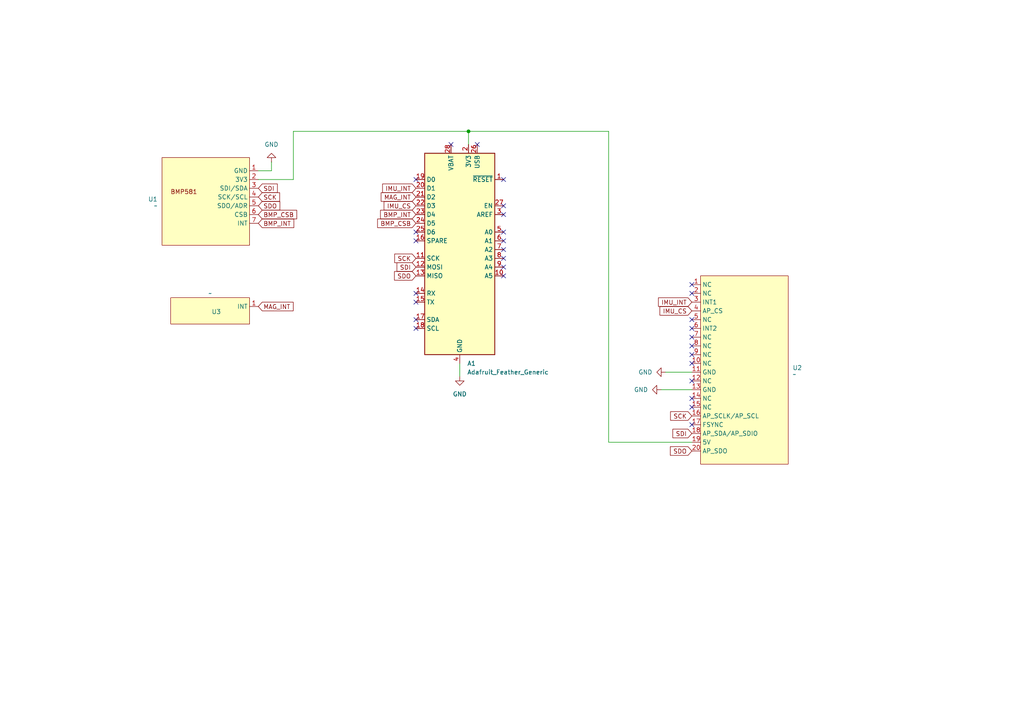
<source format=kicad_sch>
(kicad_sch (version 20250114) (generator "eeschema") (generator_version "9.0")
  (paper "A4")
  (lib_symbols
    (symbol "Custom_symbols:BMP_581"
      (property "Reference" "U" (at 0 0 0))
      (symbol "BMP_581_1_1"
        (rectangle (start -12.7 12.7) (end 12.7 -12.7) (fill (type background)))
        (text "BMP581\n" (at 6.35 2.794 0) (effects (font (size 1.27 1.27))))
        (pin bidirectional line (at -15.24 8.89 0) (length 2.54) (name "GND") (number "1"))
        (pin bidirectional line (at -15.24 6.35 0) (length 2.54) (name "3V3") (number "2"))
        (pin bidirectional line (at -15.24 3.81 0) (length 2.54) (name "SDI/SDA") (number "3"))
        (pin bidirectional line (at -15.24 1.27 0) (length 2.54) (name "SCK/SCL") (number "4"))
        (pin bidirectional line (at -15.24 -1.27 0) (length 2.54) (name "SDO/ADR") (number "5"))
        (pin bidirectional line (at -15.24 -3.81 0) (length 2.54) (name "CSB") (number "6"))
        (pin bidirectional line (at -15.24 -6.35 0) (length 2.54) (name "INT") (number "7"))
      )
    )
    (symbol "Custom_symbols:MAG_INT"
      (property "Reference" "U3" (at 1.778 -0.254 0))
      (property "Value" "~" (at 0 5.08 0))
      (symbol "MAG_INT_1_1"
        (rectangle (start -11.43 3.81) (end 11.43 -3.81) (fill (type background)))
        (pin bidirectional line (at 13.97 1.27 180) (length 2.54) (name "INT") (number "1"))
      )
    )
    (symbol "Custom_symbols:icm-45686"
      (property "Reference" "U" (at 0 0 0))
      (symbol "icm-45686_1_1"
        (rectangle (start -12.7 12.7) (end 12.7 -41.91) (fill (type background)))
        (pin bidirectional line (at -15.24 10.16 0) (length 2.54) (name "NC") (number "1"))
        (pin bidirectional line (at -15.24 7.62 0) (length 2.54) (name "NC") (number "2"))
        (pin bidirectional line (at -15.24 5.08 0) (length 2.54) (name "INT1") (number "3"))
        (pin bidirectional line (at -15.24 2.54 0) (length 2.54) (name "AP_CS") (number "4"))
        (pin bidirectional line (at -15.24 0 0) (length 2.54) (name "NC") (number "5"))
        (pin bidirectional line (at -15.24 -2.54 0) (length 2.54) (name "INT2") (number "6"))
        (pin bidirectional line (at -15.24 -5.08 0) (length 2.54) (name "NC") (number "7"))
        (pin bidirectional line (at -15.24 -7.62 0) (length 2.54) (name "NC") (number "8"))
        (pin bidirectional line (at -15.24 -10.16 0) (length 2.54) (name "NC") (number "9"))
        (pin bidirectional line (at -15.24 -12.7 0) (length 2.54) (name "NC") (number "10"))
        (pin bidirectional line (at -15.24 -15.24 0) (length 2.54) (name "GND") (number "11"))
        (pin bidirectional line (at -15.24 -17.78 0) (length 2.54) (name "NC") (number "12"))
        (pin bidirectional line (at -15.24 -20.32 0) (length 2.54) (name "GND") (number "13"))
        (pin bidirectional line (at -15.24 -22.86 0) (length 2.54) (name "NC") (number "14"))
        (pin bidirectional line (at -15.24 -25.4 0) (length 2.54) (name "NC") (number "15"))
        (pin bidirectional line (at -15.24 -27.94 0) (length 2.54) (name "AP_SCLK/AP_SCL") (number "16"))
        (pin bidirectional line (at -15.24 -30.48 0) (length 2.54) (name "FSYNC") (number "17"))
        (pin bidirectional line (at -15.24 -33.02 0) (length 2.54) (name "AP_SDA/AP_SDIO") (number "18"))
        (pin bidirectional line (at -15.24 -35.56 0) (length 2.54) (name "5V") (number "19"))
        (pin bidirectional line (at -15.24 -38.1 0) (length 2.54) (name "AP_SDO") (number "20"))
      )
    )
    (symbol "MCU_Module:Adafruit_Feather_Generic"
      (property "Reference" "A" (at -10.16 29.21 0))
      (property "Value" "Adafruit_Feather_Generic" (at 2.54 -31.75 0))
      (symbol "Adafruit_Feather_Generic_0_1"
        (rectangle (start -10.16 27.94) (end 10.16 -30.48) (stroke (width 0.254)) (fill (type background)))
      )
      (symbol "Adafruit_Feather_Generic_1_1"
        (pin bidirectional line (at -12.7 20.32 0) (length 2.54) (name "D0") (number "19"))
        (pin bidirectional line (at -12.7 17.78 0) (length 2.54) (name "D1") (number "20"))
        (pin bidirectional line (at -12.7 15.24 0) (length 2.54) (name "D2") (number "21"))
        (pin bidirectional line (at -12.7 12.7 0) (length 2.54) (name "D3") (number "22"))
        (pin bidirectional line (at -12.7 10.16 0) (length 2.54) (name "D4") (number "23"))
        (pin bidirectional line (at -12.7 7.62 0) (length 2.54) (name "D5") (number "24"))
        (pin bidirectional line (at -12.7 5.08 0) (length 2.54) (name "D6") (number "25"))
        (pin bidirectional line (at -12.7 2.54 0) (length 2.54) (name "SPARE") (number "16"))
        (pin bidirectional line (at -12.7 -2.54 0) (length 2.54) (name "SCK") (number "11"))
        (pin bidirectional line (at -12.7 -5.08 0) (length 2.54) (name "MOSI") (number "12"))
        (pin bidirectional line (at -12.7 -7.62 0) (length 2.54) (name "MISO") (number "13"))
        (pin bidirectional line (at -12.7 -12.7 0) (length 2.54) (name "RX") (number "14"))
        (pin bidirectional line (at -12.7 -15.24 0) (length 2.54) (name "TX") (number "15"))
        (pin bidirectional line (at -12.7 -20.32 0) (length 2.54) (name "SDA") (number "17"))
        (pin bidirectional line (at -12.7 -22.86 0) (length 2.54) (name "SCL") (number "18"))
        (pin power_in line (at -2.54 30.48 270) (length 2.54) (name "VBAT") (number "28"))
        (pin power_in line (at 0 -33.02 90) (length 2.54) (name "GND") (number "4"))
        (pin power_in line (at 2.54 30.48 270) (length 2.54) (name "3V3") (number "2"))
        (pin power_in line (at 5.08 30.48 270) (length 2.54) (name "USB") (number "26"))
        (pin input line (at 12.7 20.32 180) (length 2.54) (name "~{RESET}") (number "1"))
        (pin input line (at 12.7 12.7 180) (length 2.54) (name "EN") (number "27"))
        (pin input line (at 12.7 10.16 180) (length 2.54) (name "AREF") (number "3"))
        (pin bidirectional line (at 12.7 5.08 180) (length 2.54) (name "A0") (number "5"))
        (pin bidirectional line (at 12.7 2.54 180) (length 2.54) (name "A1") (number "6"))
        (pin bidirectional line (at 12.7 0 180) (length 2.54) (name "A2") (number "7"))
        (pin bidirectional line (at 12.7 -2.54 180) (length 2.54) (name "A3") (number "8"))
        (pin bidirectional line (at 12.7 -5.08 180) (length 2.54) (name "A4") (number "9"))
        (pin bidirectional line (at 12.7 -7.62 180) (length 2.54) (name "A5") (number "10"))
      )
    )
    (symbol "power:GND" (power) (pin_numbers (hide yes)) (pin_names (offset 0) (hide yes))
      (property "Value" "GND" (at 0 -3.81 0))
      (symbol "GND_0_1"
        (polyline (pts (xy 0 0) (xy 0 -1.27) (xy 1.27 -1.27) (xy 0 -2.54) (xy -1.27 -1.27) (xy 0 -1.27)))
      )
      (symbol "GND_1_1"
        (pin power_in line (at 0 0 270) (length 0) (name "~") (number "1"))
      )
    )
  )
  (junction (at 135.89 38.1))
  (no_connect (at 130.81 41.91))
  (no_connect (at 200.66 105.41))
  (no_connect (at 200.66 97.79))
  (no_connect (at 146.05 74.93))
  (no_connect (at 120.65 95.25))
  (no_connect (at 120.65 52.07))
  (no_connect (at 146.05 69.85))
  (no_connect (at 200.66 110.49))
  (no_connect (at 146.05 67.31))
  (no_connect (at 200.66 118.11))
  (no_connect (at 146.05 59.69))
  (no_connect (at 200.66 85.09))
  (no_connect (at 200.66 123.19))
  (no_connect (at 120.65 69.85))
  (no_connect (at 120.65 92.71))
  (no_connect (at 120.65 85.09))
  (no_connect (at 200.66 82.55))
  (no_connect (at 120.65 67.31))
  (no_connect (at 200.66 100.33))
  (no_connect (at 146.05 62.23))
  (no_connect (at 200.66 115.57))
  (no_connect (at 146.05 72.39))
  (no_connect (at 146.05 77.47))
  (no_connect (at 146.05 52.07))
  (no_connect (at 200.66 102.87))
  (no_connect (at 200.66 95.25))
  (no_connect (at 200.66 92.71))
  (no_connect (at 138.43 41.91))
  (no_connect (at 120.65 87.63))
  (no_connect (at 146.05 80.01))
  (wire (pts (xy 200.66 107.95) (xy 193.04 107.95)))
  (wire (pts (xy 78.74 49.53) (xy 74.93 49.53)))
  (wire (pts (xy 85.09 38.1) (xy 135.89 38.1)))
  (wire (pts (xy 74.93 52.07) (xy 85.09 52.07)))
  (wire (pts (xy 176.53 128.27) (xy 176.53 38.1)))
  (wire (pts (xy 176.53 38.1) (xy 135.89 38.1)))
  (wire (pts (xy 78.74 49.53) (xy 78.74 46.99)))
  (wire (pts (xy 200.66 128.27) (xy 176.53 128.27)))
  (wire (pts (xy 191.77 113.03) (xy 200.66 113.03)))
  (wire (pts (xy 135.89 38.1) (xy 135.89 41.91)))
  (wire (pts (xy 85.09 52.07) (xy 85.09 38.1)))
  (wire (pts (xy 133.35 105.41) (xy 133.35 109.22)))
  (global_label "SDI" (shape input) (at 200.66 125.73 180) (property "Intersheetrefs" "${INTERSHEET_REFS}" (effects (hide yes))))
  (global_label "SDO" (shape input) (at 74.93 59.69 0) (property "Intersheetrefs" "${INTERSHEET_REFS}" (effects (hide yes))))
  (global_label "MAG_INT" (shape input) (at 120.65 57.15 180) (property "Intersheetrefs" "${INTERSHEET_REFS}" (effects (hide yes))))
  (global_label "SDO" (shape input) (at 200.66 130.81 180) (property "Intersheetrefs" "${INTERSHEET_REFS}" (effects (hide yes))))
  (global_label "SDI" (shape input) (at 120.65 77.47 180) (property "Intersheetrefs" "${INTERSHEET_REFS}" (effects (hide yes))))
  (global_label "SCK" (shape input) (at 120.65 74.93 180) (property "Intersheetrefs" "${INTERSHEET_REFS}" (effects (hide yes))))
  (global_label "IMU_CS" (shape input) (at 200.66 90.17 180) (property "Intersheetrefs" "${INTERSHEET_REFS}" (effects (hide yes))))
  (global_label "BMP_CSB" (shape input) (at 120.65 64.77 180) (property "Intersheetrefs" "${INTERSHEET_REFS}" (effects (hide yes))))
  (global_label "IMU_INT" (shape input) (at 120.65 54.61 180) (property "Intersheetrefs" "${INTERSHEET_REFS}" (effects (hide yes))))
  (global_label "MAG_INT" (shape input) (at 74.93 88.9 0) (property "Intersheetrefs" "${INTERSHEET_REFS}" (effects (hide yes))))
  (global_label "BMP_INT" (shape input) (at 120.65 62.23 180) (property "Intersheetrefs" "${INTERSHEET_REFS}" (effects (hide yes))))
  (global_label "SCK" (shape input) (at 74.93 57.15 0) (property "Intersheetrefs" "${INTERSHEET_REFS}" (effects (hide yes))))
  (global_label "SDO" (shape input) (at 120.65 80.01 180) (property "Intersheetrefs" "${INTERSHEET_REFS}" (effects (hide yes))))
  (global_label "BMP_INT" (shape input) (at 74.93 64.77 0) (property "Intersheetrefs" "${INTERSHEET_REFS}" (effects (hide yes))))
  (global_label "SCK" (shape input) (at 200.66 120.65 180) (property "Intersheetrefs" "${INTERSHEET_REFS}" (effects (hide yes))))
  (global_label "BMP_CSB" (shape input) (at 74.93 62.23 0) (property "Intersheetrefs" "${INTERSHEET_REFS}" (effects (hide yes))))
  (global_label "SDI" (shape input) (at 74.93 54.61 0) (property "Intersheetrefs" "${INTERSHEET_REFS}" (effects (hide yes))))
  (global_label "IMU_INT" (shape input) (at 200.66 87.63 180) (property "Intersheetrefs" "${INTERSHEET_REFS}" (effects (hide yes))))
  (global_label "IMU_CS" (shape input) (at 120.65 59.69 180) (property "Intersheetrefs" "${INTERSHEET_REFS}" (effects (hide yes))))
  (symbol (lib_id "MCU_Module:Adafruit_Feather_Generic") (at 133.35 72.39 0) (unit 1)
    (property "Reference" "A1" (at 135.4933 105.41 0) (effects (justify left)))
    (property "Value" "Adafruit_Feather_Generic" (at 135.4933 107.95 0) (effects (justify left)))
    (property "Footprint" "Module:Adafruit_Feather" (effects (hide yes)))
    (property "Datasheet" "https://cdn-learn.adafruit.com/downloads/pdf/adafruit-feather.pdf" (effects (hide yes)))
    (property "Description" "Microcontroller module in various flavor, generic symbol" (effects (hide yes)))
  )
  (symbol (lib_id "power:GND") (at 78.74 46.99 0) (mirror x) (unit 1)
    (property "Reference" "#PWR02" (effects (hide yes)))
    (property "Value" "GND" (at 78.74 41.91 0))
    (property "Description" "Power symbol creates a global label with name \"GND\" , ground" (effects (hide yes)))
  )
  (symbol (lib_id "power:GND") (at 133.35 109.22 0) (unit 1)
    (property "Reference" "#PWR01" (effects (hide yes)))
    (property "Value" "GND" (at 133.35 114.3 0))
    (property "Description" "Power symbol creates a global label with name \"GND\" , ground" (effects (hide yes)))
  )
  (symbol (lib_id "Custom_symbols:BMP_581") (at 59.69 58.42 0) (mirror y) (unit 1)
    (property "Reference" "U1" (at 45.72 57.7849 0) (effects (justify left)))
    (property "Value" "~" (at 45.72 59.69 0) (effects (justify left)))
    (property "Footprint" "Connector_PinHeader_2.54mm:PinHeader_1x07_P2.54mm_Vertical" (effects (hide yes)))
  )
  (symbol (lib_id "power:GND") (at 193.04 107.95 270) (unit 1)
    (property "Reference" "#PWR03" (effects (hide yes)))
    (property "Value" "GND" (at 189.23 107.9499 90) (effects (justify right)))
    (property "Description" "Power symbol creates a global label with name \"GND\" , ground" (effects (hide yes)))
  )
  (symbol (lib_id "Custom_symbols:icm-45686") (at 215.9 92.71 0) (unit 1)
    (property "Reference" "U2" (at 229.87 106.6799 0) (effects (justify left)))
    (property "Value" "~" (at 229.87 108.585 0) (effects (justify left)))
    (property "Footprint" "Connector_PinHeader_2.54mm:PinHeader_2x10_P2.54mm_Vertical" (effects (hide yes)))
  )
  (symbol (lib_id "power:GND") (at 191.77 113.03 270) (unit 1)
    (property "Reference" "#PWR04" (effects (hide yes)))
    (property "Value" "GND" (at 187.96 113.0299 90) (effects (justify right)))
    (property "Description" "Power symbol creates a global label with name \"GND\" , ground" (effects (hide yes)))
  )
  (symbol (lib_id "Custom_symbols:MAG_INT") (at 60.96 90.17 0) (unit 1)
    (property "Reference" "U3" (at 62.738 90.424 0))
    (property "Value" "~" (at 60.96 85.09 0))
    (property "Footprint" "Connector_PinHeader_1.00mm:PinHeader_1x01_P1.00mm_Vertical" (effects (hide yes)))
  )
)
</source>
